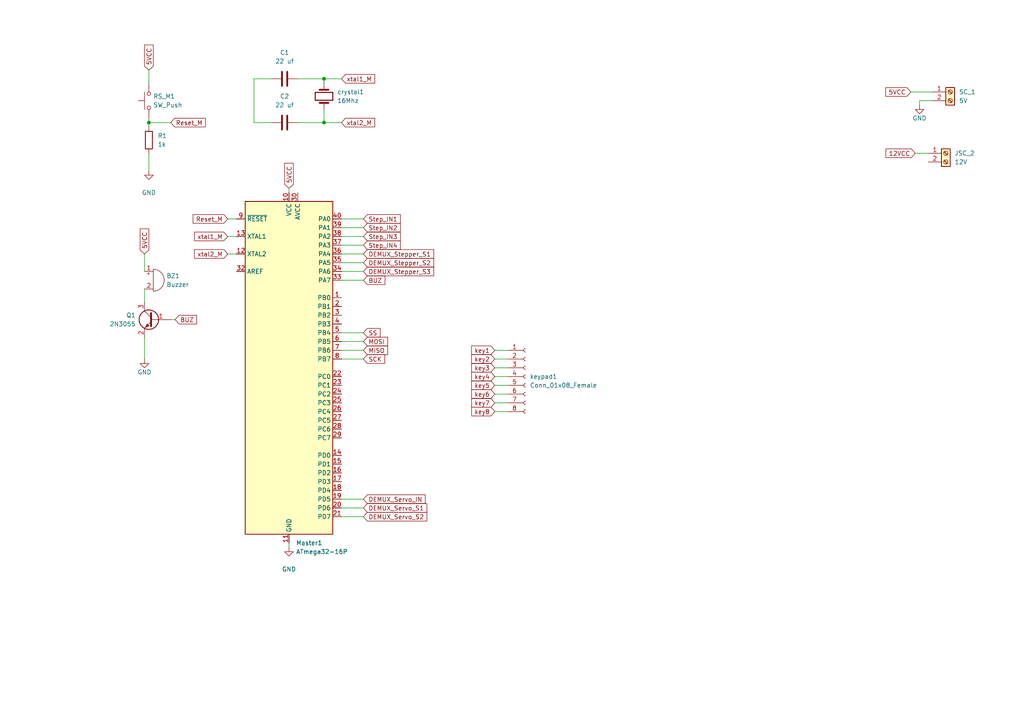
<source format=kicad_sch>
(kicad_sch (version 20211123) (generator eeschema)
  (paper "A4")
  (junction (at -114.3 486.41))
  (junction (at -119.38 54.61))
  (junction (at -33.02 196.85))
  (junction (at -113.03 556.26))
  (junction (at -114.3 54.61))
  (junction (at 93.98 35.56))
  (junction (at -111.76 486.41))
  (junction (at -119.38 124.46))
  (junction (at -33.02 97.79))
  (junction (at -119.38 193.04))
  (junction (at -115.57 339.09))
  (junction (at -115.57 556.26))
  (junction (at -119.38 261.62))
  (junction (at -116.84 54.61))
  (junction (at 129.54 254))
  (junction (at -116.84 486.41))
  (junction (at -116.84 193.04))
  (junction (at 43.18 35.56))
  (junction (at -110.49 556.26))
  (junction (at -113.03 339.09))
  (junction (at -116.84 261.62))
  (junction (at -116.84 414.02))
  (junction (at -114.3 414.02))
  (junction (at -114.3 261.62))
  (junction (at -33.02 44.45))
  (junction (at -118.11 339.09))
  (junction (at 128.27 261.62))
  (junction (at -111.76 414.02))
  (junction (at -114.3 193.04))
  (junction (at 93.98 22.86))
  (junction (at -116.84 124.46))
  (junction (at -114.3 124.46))
  (junction (at -33.02 147.32))
  (wire (pts (xy -44.45 26.67) (xy -43.18 26.67)))
  (wire (pts (xy -119.38 261.62) (xy -116.84 261.62)))
  (wire (pts (xy 78.74 22.86) (xy 73.66 22.86)))
  (wire (pts (xy -129.54 447.04) (xy -127 447.04)))
  (wire (pts (xy 127 233.68) (xy 129.54 233.68)))
  (wire (pts (xy -44.45 24.13) (xy -43.18 24.13)))
  (wire (pts (xy -33.02 115.57) (xy -33.02 116.84)))
  (wire (pts (xy -163.83 397.51) (xy -160.02 397.51)))
  (wire (pts (xy 66.04 68.58) (xy 68.58 68.58)))
  (wire (pts (xy -111.76 486.41) (xy -114.3 486.41)))
  (wire (pts (xy 144.78 222.25) (xy 144.78 226.06)))
  (wire (pts (xy 208.28 265.43) (xy 210.82 265.43)))
  (wire (pts (xy 154.94 243.84) (xy 157.48 243.84)))
  (wire (pts (xy -162.56 472.44) (xy -158.75 472.44)))
  (wire (pts (xy 73.66 22.86) (xy 73.66 35.56)))
  (wire (pts (xy -22.86 77.47) (xy -25.4 77.47)))
  (wire (pts (xy -97.79 537.21) (xy -100.33 537.21)))
  (wire (pts (xy -110.49 335.28) (xy -110.49 339.09)))
  (wire (pts (xy -160.02 110.49) (xy -160.02 111.76)))
  (wire (pts (xy -116.84 363.22) (xy -116.84 364.49)))
  (wire (pts (xy -115.57 556.26) (xy -113.03 556.26)))
  (wire (pts (xy -158.75 400.05) (xy -158.75 401.32)))
  (wire (pts (xy -99.06 452.12) (xy -101.6 452.12)))
  (wire (pts (xy 105.41 66.04) (xy 99.06 66.04)))
  (wire (pts (xy -22.86 72.39) (xy -25.4 72.39)))
  (wire (pts (xy 43.18 44.45) (xy 43.18 49.53)))
  (wire (pts (xy -101.6 400.05) (xy -97.79 400.05)))
  (wire (pts (xy -44.45 82.55) (xy -43.18 82.55)))
  (wire (pts (xy -44.45 36.83) (xy -43.18 36.83)))
  (wire (pts (xy -119.38 73.66) (xy -119.38 74.93)))
  (wire (pts (xy -109.22 410.21) (xy -109.22 414.02)))
  (wire (pts (xy -114.3 261.62) (xy -116.84 261.62)))
  (wire (pts (xy -101.6 237.49) (xy -104.14 237.49)))
  (wire (pts (xy -44.45 179.07) (xy -43.18 179.07)))
  (wire (pts (xy 105.41 149.86) (xy 99.06 149.86)))
  (wire (pts (xy -44.45 129.54) (xy -43.18 129.54)))
  (wire (pts (xy -114.3 209.55) (xy -114.3 212.09)))
  (wire (pts (xy 128.27 254) (xy 128.27 261.62)))
  (wire (pts (xy 105.41 76.2) (xy 99.06 76.2)))
  (wire (pts (xy -44.45 186.69) (xy -43.18 186.69)))
  (wire (pts (xy -104.14 110.49) (xy -100.33 110.49)))
  (wire (pts (xy 43.18 35.56) (xy 49.53 35.56)))
  (wire (pts (xy 43.18 20.32) (xy 43.18 24.13)))
  (wire (pts (xy -158.75 181.61) (xy -158.75 182.88)))
  (wire (pts (xy -35.56 41.91) (xy -35.56 44.45)))
  (wire (pts (xy -33.02 99.06) (xy -33.02 97.79)))
  (wire (pts (xy -111.76 193.04) (xy -114.3 193.04)))
  (wire (pts (xy -111.76 434.34) (xy -111.76 436.88)))
  (wire (pts (xy -33.02 147.32) (xy -33.02 144.78)))
  (wire (pts (xy -111.76 410.21) (xy -111.76 414.02)))
  (wire (pts (xy -35.56 144.78) (xy -35.56 147.32)))
  (wire (pts (xy -107.95 556.26) (xy -110.49 556.26)))
  (wire (pts (xy -35.56 147.32) (xy -33.02 147.32)))
  (wire (pts (xy 130.81 254) (xy 129.54 254)))
  (wire (pts (xy -130.81 299.72) (xy -128.27 299.72)))
  (wire (pts (xy 50.8 92.71) (xy 49.53 92.71)))
  (wire (pts (xy -132.08 90.17) (xy -129.54 90.17)))
  (wire (pts (xy 127 238.76) (xy 129.54 238.76)))
  (wire (pts (xy -44.45 181.61) (xy -43.18 181.61)))
  (wire (pts (xy 264.16 26.67) (xy 270.51 26.67)))
  (wire (pts (xy -44.45 134.62) (xy -43.18 134.62)))
  (wire (pts (xy -121.92 54.61) (xy -119.38 54.61)))
  (wire (pts (xy -121.92 261.62) (xy -119.38 261.62)))
  (wire (pts (xy -33.02 44.45) (xy -33.02 41.91)))
  (wire (pts (xy -104.14 179.07) (xy -100.33 179.07)))
  (wire (pts (xy -33.02 148.59) (xy -33.02 147.32)))
  (wire (pts (xy -165.1 41.91) (xy -160.02 41.91)))
  (wire (pts (xy -111.76 482.6) (xy -111.76 486.41)))
  (wire (pts (xy -132.08 173.99) (xy -129.54 173.99)))
  (wire (pts (xy -130.81 30.48) (xy -129.54 30.48)))
  (wire (pts (xy -44.45 74.93) (xy -43.18 74.93)))
  (wire (pts (xy -110.49 504.19) (xy -110.49 506.73)))
  (wire (pts (xy 105.41 147.32) (xy 99.06 147.32)))
  (wire (pts (xy -101.6 100.33) (xy -104.14 100.33)))
  (wire (pts (xy -132.08 227.33) (xy -129.54 227.33)))
  (wire (pts (xy 41.91 97.79) (xy 41.91 104.14)))
  (wire (pts (xy 143.51 101.6) (xy 147.32 101.6)))
  (wire (pts (xy -132.08 105.41) (xy -129.54 105.41)))
  (wire (pts (xy -100.33 304.8) (xy -102.87 304.8)))
  (wire (pts (xy -119.38 124.46) (xy -116.84 124.46)))
  (wire (pts (xy -118.11 556.26) (xy -115.57 556.26)))
  (wire (pts (xy -33.02 198.12) (xy -33.02 196.85)))
  (wire (pts (xy -114.3 193.04) (xy -116.84 193.04)))
  (wire (pts (xy 143.51 109.22) (xy 147.32 109.22)))
  (wire (pts (xy -111.76 54.61) (xy -114.3 54.61)))
  (wire (pts (xy 128.27 261.62) (xy 139.7 261.62)))
  (wire (pts (xy 208.28 250.19) (xy 210.82 250.19)))
  (wire (pts (xy -132.08 153.67) (xy -129.54 153.67)))
  (wire (pts (xy 266.7 29.21) (xy 266.7 30.48)))
  (wire (pts (xy -104.14 25.4) (xy -99.06 25.4)))
  (wire (pts (xy -111.76 124.46) (xy -114.3 124.46)))
  (wire (pts (xy -114.3 140.97) (xy -114.3 143.51)))
  (wire (pts (xy -35.56 97.79) (xy -33.02 97.79)))
  (wire (pts (xy -101.6 105.41) (xy -104.14 105.41)))
  (wire (pts (xy -165.1 39.37) (xy -161.29 39.37)))
  (wire (pts (xy -130.81 304.8) (xy -128.27 304.8)))
  (wire (pts (xy -158.75 326.39) (xy -158.75 327.66)))
  (wire (pts (xy -157.48 544.83) (xy -157.48 546.1)))
  (wire (pts (xy 208.28 255.27) (xy 210.82 255.27)))
  (wire (pts (xy 93.98 35.56) (xy 99.06 35.56)))
  (wire (pts (xy -22.86 147.32) (xy -22.86 137.16)))
  (wire (pts (xy -118.11 288.29) (xy -118.11 289.56)))
  (wire (pts (xy 43.18 34.29) (xy 43.18 35.56)))
  (wire (pts (xy -129.54 462.28) (xy -127 462.28)))
  (wire (pts (xy -121.92 189.23) (xy -121.92 193.04)))
  (wire (pts (xy -101.6 173.99) (xy -104.14 173.99)))
  (wire (pts (xy -44.45 189.23) (xy -43.18 189.23)))
  (wire (pts (xy 83.82 158.75) (xy 83.82 157.48)))
  (wire (pts (xy -22.86 129.54) (xy -25.4 129.54)))
  (wire (pts (xy -22.86 196.85) (xy -22.86 186.69)))
  (wire (pts (xy -119.38 189.23) (xy -119.38 193.04)))
  (wire (pts (xy 93.98 35.56) (xy 86.36 35.56)))
  (wire (pts (xy -44.45 139.7) (xy -43.18 139.7)))
  (wire (pts (xy -44.45 19.05) (xy -43.18 19.05)))
  (wire (pts (xy -114.3 257.81) (xy -114.3 261.62)))
  (wire (pts (xy -160.02 248.92) (xy -160.02 250.19)))
  (wire (pts (xy 208.28 262.89) (xy 210.82 262.89)))
  (wire (pts (xy 208.28 257.81) (xy 210.82 257.81)))
  (wire (pts (xy -132.08 158.75) (xy -129.54 158.75)))
  (wire (pts (xy 208.28 245.11) (xy 210.82 245.11)))
  (wire (pts (xy -100.33 299.72) (xy -102.87 299.72)))
  (wire (pts (xy 93.98 22.86) (xy 99.06 22.86)))
  (wire (pts (xy 105.41 63.5) (xy 99.06 63.5)))
  (wire (pts (xy -119.38 193.04) (xy -116.84 193.04)))
  (wire (pts (xy -114.3 72.39) (xy -114.3 74.93)))
  (wire (pts (xy -163.83 181.61) (xy -158.75 181.61)))
  (wire (pts (xy 208.28 237.49) (xy 210.82 237.49)))
  (wire (pts (xy -111.76 261.62) (xy -114.3 261.62)))
  (wire (pts (xy -113.03 335.28) (xy -113.03 339.09)))
  (wire (pts (xy -101.6 457.2) (xy -96.52 457.2)))
  (wire (pts (xy -22.86 44.45) (xy -22.86 34.29)))
  (wire (pts (xy 143.51 104.14) (xy 147.32 104.14)))
  (wire (pts (xy -44.45 124.46) (xy -43.18 124.46)))
  (wire (pts (xy -109.22 482.6) (xy -109.22 486.41)))
  (wire (pts (xy -130.81 314.96) (xy -128.27 314.96)))
  (wire (pts (xy 66.04 63.5) (xy 68.58 63.5)))
  (wire (pts (xy -35.56 194.31) (xy -35.56 196.85)))
  (wire (pts (xy -44.45 184.15) (xy -43.18 184.15)))
  (wire (pts (xy -110.49 339.09) (xy -113.03 339.09)))
  (wire (pts (xy -129.54 379.73) (xy -127 379.73)))
  (wire (pts (xy -33.02 147.32) (xy -22.86 147.32)))
  (wire (pts (xy -163.83 326.39) (xy -158.75 326.39)))
  (wire (pts (xy -132.08 237.49) (xy -129.54 237.49)))
  (wire (pts (xy -44.45 137.16) (xy -43.18 137.16)))
  (wire (pts (xy 93.98 22.86) (xy 93.98 24.13)))
  (wire (pts (xy -22.86 176.53) (xy -25.4 176.53)))
  (wire (pts (xy -100.33 314.96) (xy -102.87 314.96)))
  (wire (pts (xy -44.45 127) (xy -43.18 127)))
  (wire (pts (xy -44.45 87.63) (xy -43.18 87.63)))
  (wire (pts (xy -121.92 257.81) (xy -121.92 261.62)))
  (wire (pts (xy -119.38 142.24) (xy -119.38 143.51)))
  (wire (pts (xy -102.87 309.88) (xy -97.79 309.88)))
  (wire (pts (xy 208.28 247.65) (xy 210.82 247.65)))
  (wire (pts (xy -116.84 414.02) (xy -114.3 414.02)))
  (wire (pts (xy -129.54 452.12) (xy -127 452.12)))
  (wire (pts (xy -99.06 394.97) (xy -101.6 394.97)))
  (wire (pts (xy -99.06 462.28) (xy -101.6 462.28)))
  (wire (pts (xy -121.92 120.65) (xy -121.92 124.46)))
  (wire (pts (xy -130.81 15.24) (xy -129.54 15.24)))
  (wire (pts (xy -44.45 176.53) (xy -43.18 176.53)))
  (wire (pts (xy 86.36 22.86) (xy 93.98 22.86)))
  (wire (pts (xy -101.6 168.91) (xy -104.14 168.91)))
  (wire (pts (xy 208.28 240.03) (xy 210.82 240.03)))
  (wire (pts (xy -119.38 50.8) (xy -119.38 54.61)))
  (wire (pts (xy -99.06 389.89) (xy -101.6 389.89)))
  (wire (pts (xy -116.84 410.21) (xy -116.84 414.02)))
  (wire (pts (xy -114.3 54.61) (xy -116.84 54.61)))
  (wire (pts (xy -165.1 110.49) (xy -160.02 110.49)))
  (wire (pts (xy -104.14 95.25) (xy -99.06 95.25)))
  (wire (pts (xy -101.6 158.75) (xy -104.14 158.75)))
  (wire (pts (xy -102.87 325.12) (xy -99.06 325.12)))
  (wire (pts (xy 157.48 241.3) (xy 154.94 241.3)))
  (wire (pts (xy -104.14 163.83) (xy -99.06 163.83)))
  (wire (pts (xy -101.6 242.57) (xy -104.14 242.57)))
  (wire (pts (xy -33.02 196.85) (xy -22.86 196.85)))
  (wire (pts (xy -116.84 482.6) (xy -116.84 486.41)))
  (wire (pts (xy -101.6 15.24) (xy -104.14 15.24)))
  (wire (pts (xy -33.02 66.04) (xy -33.02 67.31)))
  (wire (pts (xy -104.14 232.41) (xy -99.06 232.41)))
  (wire (pts (xy -100.33 542.29) (xy -96.52 542.29)))
  (wire (pts (xy -44.45 77.47) (xy -43.18 77.47)))
  (wire (pts (xy -119.38 210.82) (xy -119.38 212.09)))
  (wire (pts (xy -119.38 486.41) (xy -116.84 486.41)))
  (wire (pts (xy -109.22 486.41) (xy -111.76 486.41)))
  (wire (pts (xy -22.86 137.16) (xy -25.4 137.16)))
  (wire (pts (xy -22.86 171.45) (xy -25.4 171.45)))
  (wire (pts (xy -44.45 72.39) (xy -43.18 72.39)))
  (wire (pts (xy -111.76 120.65) (xy -111.76 124.46)))
  (wire (pts (xy -22.86 179.07) (xy -25.4 179.07)))
  (wire (pts (xy 208.28 252.73) (xy 210.82 252.73)))
  (wire (pts (xy -22.86 181.61) (xy -25.4 181.61)))
  (wire (pts (xy -130.81 320.04) (xy -128.27 320.04)))
  (wire (pts (xy -33.02 97.79) (xy -33.02 95.25)))
  (wire (pts (xy -33.02 12.7) (xy -33.02 13.97)))
  (wire (pts (xy -115.57 505.46) (xy -115.57 506.73)))
  (wire (pts (xy -163.83 400.05) (xy -158.75 400.05)))
  (wire (pts (xy -129.54 389.89) (xy -127 389.89)))
  (wire (pts (xy -109.22 414.02) (xy -111.76 414.02)))
  (wire (pts (xy -99.06 447.04) (xy -101.6 447.04)))
  (wire (pts (xy -128.27 521.97) (xy -125.73 521.97)))
  (wire (pts (xy -100.33 527.05) (xy -95.25 527.05)))
  (wire (pts (xy -129.54 467.36) (xy -127 467.36)))
  (wire (pts (xy -111.76 50.8) (xy -111.76 54.61)))
  (wire (pts (xy 143.51 111.76) (xy 147.32 111.76)))
  (wire (pts (xy -132.08 222.25) (xy -129.54 222.25)))
  (wire (pts (xy -114.3 2.54) (xy -114.3 5.08)))
  (wire (pts (xy 93.98 31.75) (xy 93.98 35.56)))
  (wire (pts (xy -163.83 179.07) (xy -160.02 179.07)))
  (wire (pts (xy 157.48 236.22) (xy 154.94 236.22)))
  (wire (pts (xy -100.33 320.04) (xy -102.87 320.04)))
  (wire (pts (xy -119.38 410.21) (xy -119.38 414.02)))
  (wire (pts (xy -118.11 335.28) (xy -118.11 339.09)))
  (wire (pts (xy -114.3 120.65) (xy -114.3 124.46)))
  (wire (pts (xy -132.08 242.57) (xy -129.54 242.57)))
  (wire (pts (xy -120.65 335.28) (xy -120.65 339.09)))
  (wire (pts (xy -132.08 100.33) (xy -129.54 100.33)))
  (wire (pts (xy -160.02 41.91) (xy -160.02 43.18)))
  (wire (pts (xy -101.6 472.44) (xy -97.79 472.44)))
  (wire (pts (xy -111.76 414.02) (xy -114.3 414.02)))
  (wire (pts (xy 105.41 68.58) (xy 99.06 68.58)))
  (wire (pts (xy -33.02 45.72) (xy -33.02 44.45)))
  (wire (pts (xy 73.66 35.56) (xy 78.74 35.56)))
  (wire (pts (xy 143.51 114.3) (xy 147.32 114.3)))
  (wire (pts (xy -97.79 532.13) (xy -100.33 532.13)))
  (wire (pts (xy -128.27 516.89) (xy -125.73 516.89)))
  (wire (pts (xy -113.03 339.09) (xy -115.57 339.09)))
  (wire (pts (xy -157.48 474.98) (xy -157.48 476.25)))
  (wire (pts (xy 270.51 29.21) (xy 266.7 29.21)))
  (wire (pts (xy -165.1 107.95) (xy -161.29 107.95)))
  (wire (pts (xy -22.86 97.79) (xy -22.86 87.63)))
  (wire (pts (xy 66.04 73.66) (xy 68.58 73.66)))
  (wire (pts (xy -101.6 85.09) (xy -104.14 85.09)))
  (wire (pts (xy -119.38 54.61) (xy -116.84 54.61)))
  (wire (pts (xy -118.11 552.45) (xy -118.11 556.26)))
  (wire (pts (xy -113.03 287.02) (xy -113.03 289.56)))
  (wire (pts (xy -97.79 516.89) (xy -100.33 516.89)))
  (wire (pts (xy -119.38 482.6) (xy -119.38 486.41)))
  (wire (pts (xy 127 231.14) (xy 129.54 231.14)))
  (wire (pts (xy -111.76 361.95) (xy -111.76 364.49)))
  (wire (pts (xy -120.65 339.09) (xy -118.11 339.09)))
  (wire (pts (xy -119.38 257.81) (xy -119.38 261.62)))
  (wire (pts (xy 105.41 78.74) (xy 99.06 78.74)))
  (wire (pts (xy -110.49 552.45) (xy -110.49 556.26)))
  (wire (pts (xy 265.43 44.45) (xy 269.24 44.45)))
  (wire (pts (xy -99.06 379.73) (xy -101.6 379.73)))
  (wire (pts (xy -130.81 20.32) (xy -129.54 20.32)))
  (wire (pts (xy 43.18 35.56) (xy 43.18 36.83)))
  (wire (pts (xy -163.83 323.85) (xy -160.02 323.85)))
  (wire (pts (xy -101.6 90.17) (xy -104.14 90.17)))
  (wire (pts (xy 105.41 99.06) (xy 99.06 99.06)))
  (wire (pts (xy 201.93 276.86) (xy 201.93 280.67)))
  (wire (pts (xy 157.48 238.76) (xy 154.94 238.76)))
  (wire (pts (xy -128.27 537.21) (xy -125.73 537.21)))
  (wire (pts (xy -116.84 435.61) (xy -116.84 436.88)))
  (wire (pts (xy -101.6 35.56) (xy -104.14 35.56)))
  (wire (pts (xy -35.56 196.85) (xy -33.02 196.85)))
  (wire (pts (xy -121.92 50.8) (xy -121.92 54.61)))
  (wire (pts (xy 208.28 242.57) (xy 210.82 242.57)))
  (wire (pts (xy 105.41 73.66) (xy 99.06 73.66)))
  (wire (pts (xy 99.06 96.52) (xy 105.41 96.52)))
  (wire (pts (xy -22.86 19.05) (xy -25.4 19.05)))
  (wire (pts (xy -22.86 82.55) (xy -25.4 82.55)))
  (wire (pts (xy -33.02 196.85) (xy -33.02 194.31)))
  (wire (pts (xy -22.86 24.13) (xy -25.4 24.13)))
  (wire (pts (xy -44.45 80.01) (xy -43.18 80.01)))
  (wire (pts (xy -97.79 521.97) (xy -100.33 521.97)))
  (wire (pts (xy -22.86 29.21) (xy -25.4 29.21)))
  (wire (pts (xy -21.59 121.92) (xy -25.4 121.92)))
  (wire (pts (xy -99.06 374.65) (xy -101.6 374.65)))
  (wire (pts (xy 105.41 104.14) (xy 99.06 104.14)))
  (wire (pts (xy -33.02 97.79) (xy -22.86 97.79)))
  (wire (pts (xy -22.86 80.01) (xy -25.4 80.01)))
  (wire (pts (xy 208.28 260.35) (xy 210.82 260.35)))
  (wire (pts (xy 143.51 119.38) (xy 147.32 119.38)))
  (wire (pts (xy 143.51 116.84) (xy 147.32 116.84)))
  (wire (pts (xy -132.08 168.91) (xy -129.54 168.91)))
  (wire (pts (xy -22.86 186.69) (xy -25.4 186.69)))
  (wire (pts (xy 105.41 81.28) (xy 99.06 81.28)))
  (wire (pts (xy -111.76 189.23) (xy -111.76 193.04)))
  (wire (pts (xy -44.45 121.92) (xy -43.18 121.92)))
  (wire (pts (xy -35.56 44.45) (xy -33.02 44.45)))
  (wire (pts (xy 41.91 83.82) (xy 41.91 87.63)))
  (wire (pts (xy -22.86 34.29) (xy -25.4 34.29)))
  (wire (pts (xy -162.56 474.98) (xy -157.48 474.98)))
  (wire (pts (xy -107.95 552.45) (xy -107.95 556.26)))
  (wire (pts (xy -111.76 257.81) (xy -111.76 261.62)))
  (wire (pts (xy -119.38 414.02) (xy -116.84 414.02)))
  (wire (pts (xy -44.45 34.29) (xy -43.18 34.29)))
  (wire (pts (xy -165.1 248.92) (xy -160.02 248.92)))
  (wire (pts (xy -44.45 90.17) (xy -43.18 90.17)))
  (wire (pts (xy -132.08 85.09) (xy -129.54 85.09)))
  (wire (pts (xy -162.56 542.29) (xy -158.75 542.29)))
  (wire (pts (xy 41.91 73.66) (xy 41.91 78.74)))
  (wire (pts (xy -33.02 44.45) (xy -22.86 44.45)))
  (wire (pts (xy -44.45 29.21) (xy -43.18 29.21)))
  (wire (pts (xy -22.86 87.63) (xy -25.4 87.63)))
  (wire (pts (xy -162.56 544.83) (xy -157.48 544.83)))
  (wire (pts (xy -114.3 50.8) (xy -114.3 54.61)))
  (wire (pts (xy -22.86 127) (xy -25.4 127)))
  (wire (pts (xy -101.6 30.48) (xy -104.14 30.48)))
  (wire (pts (xy -22.86 132.08) (xy -25.4 132.08)))
  (wire (pts (xy 105.41 144.78) (xy 99.06 144.78)))
  (wire (pts (xy -35.56 95.25) (xy -35.56 97.79)))
  (wire (pts (xy -44.45 31.75) (xy -43.18 31.75)))
  (wire (pts (xy -44.45 21.59) (xy -43.18 21.59)))
  (wire (pts (xy -44.45 171.45) (xy -43.18 171.45)))
  (wire (pts (xy -130.81 35.56) (xy -129.54 35.56)))
  (wire (pts (xy -101.6 384.81) (xy -96.52 384.81)))
  (wire (pts (xy -44.45 85.09) (xy -43.18 85.09)))
  (wire (pts (xy 143.51 106.68) (xy 147.32 106.68)))
  (wire (pts (xy 105.41 71.12) (xy 99.06 71.12)))
  (wire (pts (xy -119.38 120.65) (xy -119.38 124.46)))
  (wire (pts (xy -44.45 132.08) (xy -43.18 132.08)))
  (wire (pts (xy -114.3 124.46) (xy -116.84 124.46)))
  (wire (pts (xy -101.6 222.25) (xy -104.14 222.25)))
  (wire (pts (xy 83.82 54.61) (xy 83.82 55.88)))
  (wire (pts (xy -116.84 486.41) (xy -114.3 486.41)))
  (wire (pts (xy -129.54 394.97) (xy -127 394.97)))
  (wire (pts (xy -22.86 26.67) (xy -25.4 26.67)))
  (wire (pts (xy -99.06 467.36) (xy -101.6 467.36)))
  (wire (pts (xy -128.27 532.13) (xy -125.73 532.13)))
  (wire (pts (xy -119.38 3.81) (xy -119.38 5.08)))
  (wire (pts (xy -165.1 246.38) (xy -161.29 246.38)))
  (wire (pts (xy -115.57 552.45) (xy -115.57 556.26)))
  (wire (pts (xy 105.41 101.6) (xy 99.06 101.6)))
  (wire (pts (xy 129.54 254) (xy 128.27 254)))
  (wire (pts (xy -118.11 339.09) (xy -115.57 339.09)))
  (wire (pts (xy -110.49 556.26) (xy -113.03 556.26)))
  (wire (pts (xy -104.14 247.65) (xy -100.33 247.65)))
  (wire (pts (xy -101.6 20.32) (xy -104.14 20.32)))
  (wire (pts (xy -114.3 189.23) (xy -114.3 193.04)))
  (wire (pts (xy -121.92 124.46) (xy -119.38 124.46)))
  (wire (pts (xy 205.74 276.86) (xy 201.93 276.86)))
  (wire (pts (xy -44.45 173.99) (xy -43.18 173.99)))
  (wire (pts (xy -101.6 227.33) (xy -104.14 227.33)))
  (wire (pts (xy -104.14 40.64) (xy -100.33 40.64)))
  (wire (pts (xy -33.02 165.1) (xy -33.02 166.37)))
  (wire (pts (xy 142.24 261.62) (xy 142.24 262.89)))
  (wire (pts (xy -121.92 193.04) (xy -119.38 193.04)))
  (wire (pts (xy -101.6 153.67) (xy -104.14 153.67)))
  (wire (pts (xy -129.54 374.65) (xy -127 374.65)))
  (global_label "Tape1_out2" (shape input) (at -165.1 232.41 0) (property "Intersheet References" "${INTERSHEET_REFS}" (effects hide)))
  (global_label "Tape2_out1" (shape input) (at -130.81 299.72 180) (property "Intersheet References" "${INTERSHEET_REFS}" (effects hide)))
  (global_label "cut_out4" (shape input) (at -162.56 524.51 0) (property "Intersheet References" "${INTERSHEET_REFS}" (effects hide)))
  (global_label "cut_IN1" (shape input) (at -97.79 516.89 0) (property "Intersheet References" "${INTERSHEET_REFS}" (effects hide)))
  (global_label "Pri_IN2" (shape input) (at -44.45 124.46 180) (property "Intersheet References" "${INTERSHEET_REFS}" (effects hide)))
  (global_label "Bobbin_IN3" (shape input) (at -44.45 72.39 180) (property "Intersheet References" "${INTERSHEET_REFS}" (effects hide)))
  (global_label "Servo_tape1" (shape input) (at 208.28 260.35 180) (property "Intersheet References" "${INTERSHEET_REFS}" (effects hide)))
  (global_label "Pri_IN1" (shape input) (at -101.6 85.09 0) (property "Intersheet References" "${INTERSHEET_REFS}" (effects hide)))
  (global_label "Servo_Parm" (shape input) (at 208.28 237.49 180) (property "Intersheet References" "${INTERSHEET_REFS}" (effects hide)))
  (global_label "DEMUX_Stepper_S1" (shape input) (at -22.86 127 0) (property "Intersheet References" "${INTERSHEET_REFS}" (effects hide)))
  (global_label "5VCC" (shape input) (at -100.33 40.64 0) (property "Intersheet References" "${INTERSHEET_REFS}" (effects hide)))
  (global_label "Step_IN4" (shape input) (at 105.41 71.12 0) (property "Intersheet References" "${INTERSHEET_REFS}" (effects hide)))
  (global_label "12VCC" (shape input) (at -161.29 39.37 0) (property "Intersheet References" "${INTERSHEET_REFS}" (effects hide)))
  (global_label "Step_IN4" (shape input) (at -22.86 19.05 0) (property "Intersheet References" "${INTERSHEET_REFS}" (effects hide)))
  (global_label "Pri_IN3" (shape input) (at -101.6 100.33 0) (property "Intersheet References" "${INTERSHEET_REFS}" (effects hide)))
  (global_label "BUZ" (shape input) (at 105.41 81.28 0) (property "Intersheet References" "${INTERSHEET_REFS}" (effects hide)))
  (global_label "GND" (shape input) (at 208.28 265.43 180) (property "Intersheet References" "${INTERSHEET_REFS}" (effects hide)))
  (global_label "Tape1_IN2" (shape input) (at -44.45 129.54 180) (property "Intersheet References" "${INTERSHEET_REFS}" (effects hide)))
  (global_label "GND" (shape input) (at 205.74 276.86 0) (property "Intersheet References" "${INTERSHEET_REFS}" (effects hide)))
  (global_label "5VCC" (shape input) (at -100.33 110.49 0) (property "Intersheet References" "${INTERSHEET_REFS}" (effects hide)))
  (global_label "Sec_IN4" (shape input) (at -101.6 173.99 0) (property "Intersheet References" "${INTERSHEET_REFS}" (effects hide)))
  (global_label "Bobbin_OUT4" (shape input) (at -165.1 27.94 0) (property "Intersheet References" "${INTERSHEET_REFS}" (effects hide)))
  (global_label "TAPR_IN1" (shape input) (at -44.45 184.15 180) (property "Intersheet References" "${INTERSHEET_REFS}" (effects hide)))
  (global_label "TAPR_out4" (shape input) (at -163.83 386.08 0) (property "Intersheet References" "${INTERSHEET_REFS}" (effects hide)))
  (global_label "DEMUX_Servo_IN" (shape input) (at 127 238.76 180) (property "Intersheet References" "${INTERSHEET_REFS}" (effects hide)))
  (global_label "Bobbin_IN2" (shape input) (at -101.6 20.32 0) (property "Intersheet References" "${INTERSHEET_REFS}" (effects hide)))
  (global_label "Bobbin_IN1" (shape input) (at -44.45 171.45 180) (property "Intersheet References" "${INTERSHEET_REFS}" (effects hide)))
  (global_label "5VCC" (shape input) (at -97.79 472.44 0) (property "Intersheet References" "${INTERSHEET_REFS}" (effects hide)))
  (global_label "DEMUX_Servo_S1" (shape input) (at 127 231.14 180) (property "Intersheet References" "${INTERSHEET_REFS}" (effects hide)))
  (global_label "Step_IN3" (shape input) (at 105.41 68.58 0) (property "Intersheet References" "${INTERSHEET_REFS}" (effects hide)))
  (global_label "TAPM_out1" (shape input) (at -163.83 449.58 0) (property "Intersheet References" "${INTERSHEET_REFS}" (effects hide)))
  (global_label "Reset_M" (shape input) (at 66.04 63.5 180) (property "Intersheet References" "${INTERSHEET_REFS}" (effects hide)))
  (global_label "12VCC" (shape input) (at -115.57 505.46 90) (property "Intersheet References" "${INTERSHEET_REFS}" (effects hide)))
  (global_label "TAPR_IN1" (shape input) (at -99.06 374.65 0) (property "Intersheet References" "${INTERSHEET_REFS}" (effects hide)))
  (global_label "TAPM_IN1" (shape input) (at -44.45 186.69 180) (property "Intersheet References" "${INTERSHEET_REFS}" (effects hide)))
  (global_label "DEMUX_Servo_S1" (shape input) (at 105.41 147.32 0) (property "Intersheet References" "${INTERSHEET_REFS}" (effects hide)))
  (global_label "Tape2_IN1" (shape input) (at -44.45 181.61 180) (property "Intersheet References" "${INTERSHEET_REFS}" (effects hide)))
  (global_label "5VCC" (shape input) (at -113.03 287.02 90) (property "Intersheet References" "${INTERSHEET_REFS}" (effects hide)))
  (global_label "Tape2_IN3" (shape input) (at -100.33 314.96 0) (property "Intersheet References" "${INTERSHEET_REFS}" (effects hide)))
  (global_label "SS" (shape input) (at 105.41 96.52 0) (property "Intersheet References" "${INTERSHEET_REFS}" (effects hide)))
  (global_label "Sec_out2" (shape input) (at -163.83 163.83 0) (property "Intersheet References" "${INTERSHEET_REFS}" (effects hide)))
  (global_label "DEMUX_Stepper_S1" (shape input) (at 105.41 73.66 0) (property "Intersheet References" "${INTERSHEET_REFS}" (effects hide)))
  (global_label "12VCC" (shape input) (at -116.84 435.61 90) (property "Intersheet References" "${INTERSHEET_REFS}" (effects hide)))
  (global_label "5VCC" (shape input) (at -96.52 457.2 0) (property "Intersheet References" "${INTERSHEET_REFS}" (effects hide)))
  (global_label "Tape2_out3" (shape input) (at -163.83 311.15 0) (property "Intersheet References" "${INTERSHEET_REFS}" (effects hide)))
  (global_label "cut_out2" (shape input) (at -128.27 521.97 180) (property "Intersheet References" "${INTERSHEET_REFS}" (effects hide)))
  (global_label "Tape1_IN1" (shape input) (at -44.45 179.07 180) (property "Intersheet References" "${INTERSHEET_REFS}" (effects hide)))
  (global_label "Bobbin_IN1" (shape input) (at -101.6 15.24 0) (property "Intersheet References" "${INTERSHEET_REFS}" (effects hide)))
  (global_label "Sec_out4" (shape input) (at -132.08 173.99 180) (property "Intersheet References" "${INTERSHEET_REFS}" (effects hide)))
  (global_label "Sec_out1" (shape input) (at -163.83 161.29 0) (property "Intersheet References" "${INTERSHEET_REFS}" (effects hide)))
  (global_label "5VCC" (shape input) (at -96.52 384.81 0) (property "Intersheet References" "${INTERSHEET_REFS}" (effects hide)))
  (global_label "DEMUX_Servo_IN" (shape input) (at 105.41 144.78 0) (property "Intersheet References" "${INTERSHEET_REFS}" (effects hide)))
  (global_label "5VCC" (shape input) (at -114.3 2.54 90) (property "Intersheet References" "${INTERSHEET_REFS}" (effects hide)))
  (global_label "12VCC" (shape input) (at -158.75 542.29 0) (property "Intersheet References" "${INTERSHEET_REFS}" (effects hide)))
  (global_label "DEMUX_Stepper_S2" (shape input) (at 105.41 76.2 0) (property "Intersheet References" "${INTERSHEET_REFS}" (effects hide)))
  (global_label "xtal1_M" (shape input) (at 66.04 68.58 180) (property "Intersheet References" "${INTERSHEET_REFS}" (effects hide)))
  (global_label "TAPM_IN2" (shape input) (at -99.06 452.12 0) (property "Intersheet References" "${INTERSHEET_REFS}" (effects hide)))
  (global_label "Tape1_out1" (shape input) (at -132.08 222.25 180) (property "Intersheet References" "${INTERSHEET_REFS}" (effects hide)))
  (global_label "Sec_IN2" (shape input) (at -101.6 158.75 0) (property "Intersheet References" "${INTERSHEET_REFS}" (effects hide)))
  (global_label "Pri_out1" (shape input) (at -165.1 86.36 0) (property "Intersheet References" "${INTERSHEET_REFS}" (effects hide)))
  (global_label "TAPM_IN4" (shape input) (at -99.06 467.36 0) (property "Intersheet References" "${INTERSHEET_REFS}" (effects hide)))
  (global_label "5VCC" (shape input) (at -99.06 25.4 0) (property "Intersheet References" "${INTERSHEET_REFS}" (effects hide)))
  (global_label "5VCC" (shape input) (at 208.28 247.65 180) (property "Intersheet References" "${INTERSHEET_REFS}" (effects hide)))
  (global_label "TAPR_IN3" (shape input) (at -99.06 389.89 0) (property "Intersheet References" "${INTERSHEET_REFS}" (effects hide)))
  (global_label "TAPM_IN4" (shape input) (at -44.45 34.29 180) (property "Intersheet References" "${INTERSHEET_REFS}" (effects hide)))
  (global_label "Tape1_out3" (shape input) (at -165.1 234.95 0) (property "Intersheet References" "${INTERSHEET_REFS}" (effects hide)))
  (global_label "cut_IN2" (shape input) (at -97.79 521.97 0) (property "Intersheet References" "${INTERSHEET_REFS}" (effects hide)))
  (global_label "Sec_out4" (shape input) (at -163.83 168.91 0) (property "Intersheet References" "${INTERSHEET_REFS}" (effects hide)))
  (global_label "TAPM_out4" (shape input) (at -163.83 457.2 0) (property "Intersheet References" "${INTERSHEET_REFS}" (effects hide)))
  (global_label "5VCC" (shape input) (at -95.25 527.05 0) (property "Intersheet References" "${INTERSHEET_REFS}" (effects hide)))
  (global_label "GND" (shape input) (at 208.28 257.81 180) (property "Intersheet References" "${INTERSHEET_REFS}" (effects hide)))
  (global_label "Step_IN3" (shape input) (at -22.86 72.39 0) (property "Intersheet References" "${INTERSHEET_REFS}" (effects hide)))
  (global_label "Pri_out2" (shape input) (at -132.08 90.17 180) (property "Intersheet References" "${INTERSHEET_REFS}" (effects hide)))
  (global_label "DEMUX_Servo_S2" (shape input) (at 105.41 149.86 0) (property "Intersheet References" "${INTERSHEET_REFS}" (effects hide)))
  (global_label "Sec_out3" (shape input) (at -132.08 168.91 180) (property "Intersheet References" "${INTERSHEET_REFS}" (effects hide)))
  (global_label "Pri_out4" (shape input) (at -165.1 93.98 0) (property "Intersheet References" "${INTERSHEET_REFS}" (effects hide)))
  (global_label "5VCC" (shape input) (at -114.3 72.39 90) (property "Intersheet References" "${INTERSHEET_REFS}" (effects hide)))
  (global_label "xtal2_M" (shape input) (at 66.04 73.66 180) (property "Intersheet References" "${INTERSHEET_REFS}" (effects hide)))
  (global_label "5VCC" (shape input) (at 208.28 262.89 180) (property "Intersheet References" "${INTERSHEET_REFS}" (effects hide)))
  (global_label "12VCC" (shape input) (at -119.38 142.24 90) (property "Intersheet References" "${INTERSHEET_REFS}" (effects hide)))
  (global_label "TAPM_out3" (shape input) (at -163.83 454.66 0) (property "Intersheet References" "${INTERSHEET_REFS}" (effects hide)))
  (global_label "Bobbin_IN2" (shape input) (at -44.45 121.92 180) (property "Intersheet References" "${INTERSHEET_REFS}" (effects hide)))
  (global_label "cut_out3" (shape input) (at -128.27 532.13 180) (property "Intersheet References" "${INTERSHEET_REFS}" (effects hide)))
  (global_label "5VCC" (shape input) (at -111.76 361.95 90) (property "Intersheet References" "${INTERSHEET_REFS}" (effects hide)))
  (global_label "12VCC" (shape input) (at -118.11 288.29 90) (property "Intersheet References" "${INTERSHEET_REFS}" (effects hide)))
  (global_label "Tape1_IN3" (shape input) (at -44.45 80.01 180) (property "Intersheet References" "${INTERSHEET_REFS}" (effects hide)))
  (global_label "Sec_IN4" (shape input) (at -44.45 24.13 180) (property "Intersheet References" "${INTERSHEET_REFS}" (effects hide)))
  (global_label "Tape1_IN3" (shape input) (at -101.6 237.49 0) (property "Intersheet References" "${INTERSHEET_REFS}" (effects hide)))
  (global_label "key3" (shape input) (at 143.51 106.68 180) (property "Intersheet References" "${INTERSHEET_REFS}" (effects hide)))
  (global_label "DEMUX_Servo_S2" (shape input) (at 127 233.68 180) (property "Intersheet References" "${INTERSHEET_REFS}" (effects hide)))
  (global_label "cut_out2" (shape input) (at -162.56 519.43 0) (property "Intersheet References" "${INTERSHEET_REFS}" (effects hide)))
  (global_label "Pri_IN3" (shape input) (at -44.45 74.93 180) (property "Intersheet References" "${INTERSHEET_REFS}" (effects hide)))
  (global_label "Tape2_IN3" (shape input) (at -44.45 82.55 180) (property "Intersheet References" "${INTERSHEET_REFS}" (effects hide)))
  (global_label "GND" (shape input) (at 208.28 242.57 180) (property "Intersheet References" "${INTERSHEET_REFS}" (effects hide)))
  (global_label "Servo_tape2" (shape input) (at 157.48 243.84 0) (property "Intersheet References" "${INTERSHEET_REFS}" (effects hide)))
  (global_label "GND" (shape input) (at 208.28 250.19 180) (property "Intersheet References" "${INTERSHEET_REFS}" (effects hide)))
  (global_label "Sec_IN3" (shape input) (at -101.6 168.91 0) (property "Intersheet References" "${INTERSHEET_REFS}" (effects hide)))
  (global_label "Step_IN2" (shape input) (at 105.41 66.04 0) (property "Intersheet References" "${INTERSHEET_REFS}" (effects hide)))
  (global_label "Pri_IN2" (shape input) (at -101.6 90.17 0) (property "Intersheet References" "${INTERSHEET_REFS}" (effects hide)))
  (global_label "MOSI" (shape input) (at 105.41 99.06 0) (property "Intersheet References" "${INTERSHEET_REFS}" (effects hide)))
  (global_label "cut_IN2" (shape input) (at -44.45 139.7 180) (property "Intersheet References" "${INTERSHEET_REFS}" (effects hide)))
  (global_label "Pri_out1" (shape input) (at -132.08 85.09 180) (property "Intersheet References" "${INTERSHEET_REFS}" (effects hide)))
  (global_label "5VCC" (shape input) (at -33.02 12.7 90) (property "Intersheet References" "${INTERSHEET_REFS}" (effects hide)))
  (global_label "TAPR_IN2" (shape input) (at -99.06 379.73 0) (property "Intersheet References" "${INTERSHEET_REFS}" (effects hide)))
  (global_label "Pri_out2" (shape input) (at -165.1 88.9 0) (property "Intersheet References" "${INTERSHEET_REFS}" (effects hide)))
  (global_label "TAPR_out2" (shape input) (at -129.54 379.73 180) (property "Intersheet References" "${INTERSHEET_REFS}" (effects hide)))
  (global_label "TAPR_out4" (shape input) (at -129.54 394.97 180) (property "Intersheet References" "${INTERSHEET_REFS}" (effects hide)))
  (global_label "Tape1_out1" (shape input) (at -165.1 229.87 0) (property "Intersheet References" "${INTERSHEET_REFS}" (effects hide)))
  (global_label "TAPR_IN4" (shape input) (at -44.45 31.75 180) (property "Intersheet References" "${INTERSHEET_REFS}" (effects hide)))
  (global_label "Servo_tape1" (shape input) (at 157.48 241.3 0) (property "Intersheet References" "${INTERSHEET_REFS}" (effects hide)))
  (global_label "5VCC" (shape input) (at 43.18 20.32 90) (property "Intersheet References" "${INTERSHEET_REFS}" (effects hide)))
  (global_label "Pri_IN1" (shape input) (at -44.45 173.99 180) (property "Intersheet References" "${INTERSHEET_REFS}" (effects hide)))
  (global_label "Tape2_out2" (shape input) (at -130.81 304.8 180) (property "Intersheet References" "${INTERSHEET_REFS}" (effects hide)))
  (global_label "12VCC" (shape input) (at 265.43 44.45 180) (property "Intersheet References" "${INTERSHEET_REFS}" (effects hide)))
  (global_label "5VCC" (shape input) (at 142.24 262.89 270) (property "Intersheet References" "${INTERSHEET_REFS}" (effects hide)))
  (global_label "Tape2_out4" (shape input) (at -163.83 313.69 0) (property "Intersheet References" "${INTERSHEET_REFS}" (effects hide)))
  (global_label "Sec_IN3" (shape input) (at -44.45 77.47 180) (property "Intersheet References" "${INTERSHEET_REFS}" (effects hide)))
  (global_label "5VCC" (shape input) (at -100.33 247.65 0) (property "Intersheet References" "${INTERSHEET_REFS}" (effects hide)))
  (global_label "5VCC" (shape input) (at 264.16 26.67 180) (property "Intersheet References" "${INTERSHEET_REFS}" (effects hide)))
  (global_label "Step_IN1" (shape input) (at -22.86 171.45 0) (property "Intersheet References" "${INTERSHEET_REFS}" (effects hide)))
  (global_label "TAPR_IN3" (shape input) (at -44.45 85.09 180) (property "Intersheet References" "${INTERSHEET_REFS}" (effects hide)))
  (global_label "Bobbin_OUT1" (shape input) (at -130.81 15.24 180) (property "Intersheet References" "${INTERSHEET_REFS}" (effects hide)))
  (global_label "TAPM_out2" (shape input) (at -129.54 452.12 180) (property "Intersheet References" "${INTERSHEET_REFS}" (effects hide)))
  (global_label "TAPM_IN3" (shape input) (at -99.06 462.28 0) (property "Intersheet References" "${INTERSHEET_REFS}" (effects hide)))
  (global_label "5VCC" (shape input) (at -110.49 504.19 90) (property "Intersheet References" "${INTERSHEET_REFS}" (effects hide)))
  (global_label "Tape2_IN2" (shape input) (at -100.33 304.8 0) (property "Intersheet References" "${INTERSHEET_REFS}" (effects hide)))
  (global_label "TAPM_out1" (shape input) (at -129.54 447.04 180) (property "Intersheet References" "${INTERSHEET_REFS}" (effects hide)))
  (global_label "5VCC" (shape input) (at -111.76 434.34 90) (property "Intersheet References" "${INTERSHEET_REFS}" (effects hide)))
  (global_label "5VCC" (shape input) (at -100.33 179.07 0) (property "Intersheet References" "${INTERSHEET_REFS}" (effects hide)))
  (global_label "DEMUX_Stepper_S1" (shape input) (at -22.86 77.47 0) (property "Intersheet References" "${INTERSHEET_REFS}" (effects hide)))
  (global_label "MISO" (shape input) (at 105.41 101.6 0) (property "Intersheet References" "${INTERSHEET_REFS}" (effects hide)))
  (global_label "Tape2_IN4" (shape input) (at -44.45 29.21 180) (property "Intersheet References" "${INTERSHEET_REFS}" (effects hide)))
  (global_label "Servo_tape2" (shape input) (at 208.28 252.73 180) (property "Intersheet References" "${INTERSHEET_REFS}" (effects hide)))
  (global_label "Tape2_out4" (shape input) (at -130.81 320.04 180) (property "Intersheet References" "${INTERSHEET_REFS}" (effects hide)))
  (global_label "12VCC" (shape input) (at -119.38 73.66 90) (property "Intersheet References" "${INTERSHEET_REFS}" (effects hide)))
  (global_label "Servo_Sarm" (shape input) (at 157.48 238.76 0) (property "Intersheet References" "${INTERSHEET_REFS}" (effects hide)))
  (global_label "5VCC" (shape input) (at -99.06 163.83 0) (property "Intersheet References" "${INTERSHEET_REFS}" (effects hide)))
  (global_label "cut_out1" (shape input) (at -128.27 516.89 180) (property "Intersheet References" "${INTERSHEET_REFS}" (effects hide)))
  (global_label "DEMUX_Stepper_S2" (shape input) (at -22.86 26.67 0) (property "Intersheet References" "${INTERSHEET_REFS}" (effects hide)))
  (global_label "5VCC" (shape input) (at -114.3 140.97 90) (property "Intersheet References" "${INTERSHEET_REFS}" (effects hide)))
  (global_label "Tape2_out2" (shape input) (at -163.83 308.61 0) (property "Intersheet References" "${INTERSHEET_REFS}" (effects hide)))
  (global_label "DEMUX_Stepper_S3" (shape input) (at -22.86 132.08 0) (property "Intersheet References" "${INTERSHEET_REFS}" (effects hide)))
  (global_label "Tape1_out3" (shape input) (at -132.08 237.49 180) (property "Intersheet References" "${INTERSHEET_REFS}" (effects hide)))
  (global_label "Pri_out3" (shape input) (at -165.1 91.44 0) (property "Intersheet References" "${INTERSHEET_REFS}" (effects hide)))
  (global_label "Pri_out3" (shape input) (at -132.08 100.33 180) (property "Intersheet References" "${INTERSHEET_REFS}" (effects hide)))
  (global_label "xtal1_M" (shape input) (at 99.06 22.86 0) (property "Intersheet References" "${INTERSHEET_REFS}" (effects hide)))
  (global_label "12VCC" (shape input) (at -119.38 210.82 90) (property "Intersheet References" "${INTERSHEET_REFS}" (effects hide)))
  (global_label "12VCC" (shape input) (at -160.02 397.51 0) (property "Intersheet References" "${INTERSHEET_REFS}" (effects hide)))
  (global_label "12VCC" (shape input) (at -161.29 246.38 0) (property "Intersheet References" "${INTERSHEET_REFS}" (effects hide)))
  (global_label "cut_out4" (shape input) (at -128.27 537.21 180) (property "Intersheet References" "${INTERSHEET_REFS}" (effects hide)))
  (global_label "5VCC" (shape input) (at -33.02 66.04 90) (property "Intersheet References" "${INTERSHEET_REFS}" (effects hide)))
  (global_label "TAPM_IN3" (shape input) (at -44.45 87.63 180) (property "Intersheet References" "${INTERSHEET_REFS}" (effects hide)))
  (global_label "Tape1_out4" (shape input) (at -132.08 242.57 180) (property "Intersheet References" "${INTERSHEET_REFS}" (effects hide)))
  (global_label "Step_IN2" (shape input) (at -21.59 121.92 0) (property "Intersheet References" "${INTERSHEET_REFS}" (effects hide)))
  (global_label "5VCC" (shape input) (at 208.28 240.03 180) (property "Intersheet References" "${INTERSHEET_REFS}" (effects hide)))
  (global_label "Pri_out4" (shape input) (at -132.08 105.41 180) (property "Intersheet References" "${INTERSHEET_REFS}" (effects hide)))
  (global_label "Tape1_IN1" (shape input) (at -101.6 222.25 0) (property "Intersheet References" "${INTERSHEET_REFS}" (effects hide)))
  (global_label "12VCC" (shape input) (at -116.84 363.22 90) (property "Intersheet References" "${INTERSHEET_REFS}" (effects hide)))
  (global_label "12VCC" (shape input) (at -158.75 472.44 0) (property "Intersheet References" "${INTERSHEET_REFS}" (effects hide)))
  (global_label "Tape1_IN2" (shape input) (at -101.6 227.33 0) (property "Intersheet References" "${INTERSHEET_REFS}" (effects hide)))
  (global_label "Tape1_out2" (shape input) (at -132.08 227.33 180) (property "Intersheet References" "${INTERSHEET_REFS}" (effects hide)))
  (global_label "DEMUX_Stepper_S2" (shape input) (at -22.86 80.01 0) (property "Intersheet References" "${INTERSHEET_REFS}" (effects hide)))
  (global_label "cut_IN4" (shape input) (at -44.45 36.83 180) (property "Intersheet References" "${INTERSHEET_REFS}" (effects hide)))
  (global_label "xtal2_M" (shape input) (at 99.06 35.56 0) (property "Intersheet References" "${INTERSHEET_REFS}" (effects hide)))
  (global_label "5VCC" (shape input) (at 41.91 73.66 90) (property "Intersheet References" "${INTERSHEET_REFS}" (effects hide)))
  (global_label "TAPM_IN2" (shape input) (at -44.45 137.16 180) (property "Intersheet References" "${INTERSHEET_REFS}" (effects hide)))
  (global_label "DEMUX_Stepper_S3" (shape input) (at -22.86 29.21 0) (property "Intersheet References" "${INTERSHEET_REFS}" (effects hide)))
  (global_label "5VCC" (shape input) (at -99.06 232.41 0) (property "Intersheet References" "${INTERSHEET_REFS}" (effects hide)))
  (global_label "DEMUX_Stepper_S2" (shape input) (at -22.86 179.07 0) (property "Intersheet References" "${INTERSHEET_REFS}" (effects hide)))
  (global_label "12VCC" (shape input) (at -160.02 179.07 0) (property "Intersheet References" "${INTERSHEET_REFS}" (effects hide)))
  (global_label "12VCC" (shape input) (at -161.29 107.95 0) (property "Intersheet References" "${INTERSHEET_REFS}" (effects hide)))
  (global_label "TAPR_out3" (shape input) (at -129.54 389.89 180) (property "Intersheet References" "${INTERSHEET_REFS}" (effects hide)))
  (global_label "5VCC" (shape input) (at -99.06 95.25 0) (property "Intersheet References" "${INTERSHEET_REFS}" (effects hide)))
  (global_label "Servo_Sarm" (shape input) (at 208.28 245.11 180) (property "Intersheet References" "${INTERSHEET_REFS}" (effects hide)))
  (global_label "5VCC" (shape input) (at -99.06 325.12 0) (property "Intersheet References" "${INTERSHEET_REFS}" (effects hide)))
  (global_label "Bobbin_OUT4" (shape input) (at -130.81 35.56 180) (property "Intersheet References" "${INTERSHEET_REFS}" (effects hide)))
  (global_label "cut_IN1" (shape input) (at -44.45 189.23 180) (property "Intersheet References" "${INTERSHEET_REFS}" (effects hide)))
  (global_label "5VCC" (shape input) (at -97.79 400.05 0) (property "Intersheet References" "${INTERSHEET_REFS}" (effects hide)))
  (global_label "key2" (shape input) (at 143.51 104.14 180) (property "Intersheet References" "${INTERSHEET_REFS}" (effects hide)))
  (global_label "key7" (shape input) (at 143.51 116.84 180) (property "Intersheet References" "${INTERSHEET_REFS}" (effects hide)))
  (global_label "5VCC" (shape input) (at -33.02 165.1 90) (property "Intersheet References" "${INTERSHEET_REFS}" (effects hide)))
  (global_label "key6" (shape input) (at 143.51 114.3 180) (property "Intersheet References" "${INTERSHEET_REFS}" (effects hide)))
  (global_label "12VCC" (shape input) (at -160.02 323.85 0) (property "Intersheet References" "${INTERSHEET_REFS}" (effects hide)))
  (global_label "Bobbin_OUT1" (shape input) (at -165.1 20.32 0) (property "Intersheet References" "${INTERSHEET_REFS}" (effects hide)))
  (global_label "TAPR_out1" (shape input) (at -163.83 378.46 0) (property "Intersheet References" "${INTERSHEET_REFS}" (effects hide)))
  (global_label "5VCC" (shape input) (at -33.02 115.57 90) (property "Intersheet References" "${INTERSHEET_REFS}" (effects hide)))
  (global_label "Tape2_out1" (shape input) (at -163.83 306.07 0) (property "Intersheet References" "${INTERSHEET_REFS}" (effects hide)))
  (global_label "TAPR_IN2" (shape input) (at -44.45 134.62 180) (property "Intersheet References" "${INTERSHEET_REFS}" (effects hide)))
  (global_label "Bobbin_IN4" (shape input) (at -101.6 35.56 0) (property "Intersheet References" "${INTERSHEET_REFS}" (effects hide)))
  (global_label "5VCC" (shape input) (at 83.82 54.61 90) (property "Intersheet References" "${INTERSHEET_REFS}" (effects hide)))
  (global_label "DEMUX_Stepper_S3" (shape input) (at -22.86 181.61 0) (property "Intersheet References" "${INTERSHEET_REFS}" (effects hide)))
  (global_label "5VCC" (shape input) (at 208.28 255.27 180) (property "Intersheet References" "${INTERSHEET_REFS}" (effects hide)))
  (global_label "TAPM_out4" (shape input) (at -129.54 467.36 180) (property "Intersheet References" "${INTERSHEET_REFS}" (effects hide)))
  (global_label "Reset_M" (shape input) (at 49.53 35.56 0) (property "Intersheet References" "${INTERSHEET_REFS}" (effects hide)))
  (global_label "key1" (shape input) (at 143.51 101.6 180) (property "Intersheet References" "${INTERSHEET_REFS}" (effects hide)))
  (global_label "DEMUX_Stepper_S2" (shape input) (at -22.86 129.54 0) (property "Intersheet References" "${INTERSHEET_REFS}" (effects hide)))
  (global_label "cut_out3" (shape input) (at -162.56 521.97 0) (property "Intersheet References" "${INTERSHEET_REFS}" (effects hide)))
  (global_label "Sec_IN2" (shape input) (at -44.45 127 180) (property "Intersheet References" "${INTERSHEET_REFS}" (effects hide)))
  (global_label "Bobbin_IN3" (shape input) (at -101.6 30.48 0) (property "Intersheet References" "${INTERSHEET_REFS}" (effects hide)))
  (global_label "TAPM_IN1" (shape input) (at -99.06 447.04 0) (property "Intersheet References" "${INTERSHEET_REFS}" (effects hide)))
  (global_label "5VCC" (shape input) (at -114.3 209.55 90) (property "Intersheet References" "${INTERSHEET_REFS}" (effects hide)))
  (global_label "Sec_out3" (shape input) (at -163.83 166.37 0) (property "Intersheet References" "${INTERSHEET_REFS}" (effects hide)))
  (global_label "Bobbin_OUT2" (shape input) (at -130.81 20.32 180) (property "Intersheet References" "${INTERSHEET_REFS}" (effects hide)))
  (global_label "TAPR_IN4" (shape input) (at -99.06 394.97 0) (property "Intersheet References" "${INTERSHEET_REFS}" (effects hide)))
  (global_label "cut_IN3" (shape input) (at -44.45 90.17 180) (property "Intersheet References" "${INTERSHEET_REFS}" (effects hide)))
  (global_label "Bobbin_OUT3" (shape input) (at -130.81 30.48 180) (property "Intersheet References" "${INTERSHEET_REFS}" (effects hide)))
  (global_label "12VCC" (shape input) (at -119.38 3.81 90) (property "Intersheet References" "${INTERSHEET_REFS}" (effects hide)))
  (global_label "TAPM_out3" (shape input) (at -129.54 462.28 180) (property "Intersheet References" "${INTERSHEET_REFS}" (effects hide)))
  (global_label "Tape2_IN4" (shape input) (at -100.33 320.04 0) (property "Intersheet References" "${INTERSHEET_REFS}" (effects hide)))
  (global_label "BUZ" (shape input) (at 50.8 92.71 0) (property "Intersheet References" "${INTERSHEET_REFS}" (effects hide)))
  (global_label "Sec_IN1" (shape input) (at -44.45 176.53 180) (property "Intersheet References" "${INTERSHEET_REFS}" (effects hide)))
  (global_label "TAPR_out2" (shape input) (at -163.83 381 0) (property "Intersheet References" "${INTERSHEET_REFS}" (effects hide)))
  (global_label "Tape1_IN4" (shape input) (at -44.45 26.67 180) (property "Intersheet References" "${INTERSHEET_REFS}" (effects hide)))
  (global_label "Tape1_IN4" (shape input) (at -101.6 242.57 0) (property "Intersheet References" "${INTERSHEET_REFS}" (effects hide)))
  (global_label "Servo_Parm" (shape input) (at 157.48 236.22 0) (property "Intersheet References" "${INTERSHEET_REFS}" (effects hide)))
  (global_label "Tape1_out4" (shape input) (at -165.1 237.49 0) (property "Intersheet References" "${INTERSHEET_REFS}" (effects hide)))
  (global_label "Tape2_IN1" (shape input) (at -100.33 299.72 0) (property "Intersheet References" "${INTERSHEET_REFS}" (effects hide)))
  (global_label "TAPR_out1" (shape input) (at -129.54 374.65 180) (property "Intersheet References" "${INTERSHEET_REFS}" (effects hide)))
  (global_label "key8" (shape input) (at 143.51 119.38 180) (property "Intersheet References" "${INTERSHEET_REFS}" (effects hide)))
  (global_label "Sec_IN1" (shape input) (at -101.6 153.67 0) (property "Intersheet References" "${INTERSHEET_REFS}" (effects hide)))
  (global_label "cut_IN3" (shape input) (at -97.79 532.13 0) (property "Intersheet References" "${INTERSHEET_REFS}" (effects hide)))
  (global_label "DEMUX_Stepper_S3" (shape input) (at -22.86 82.55 0) (property "Intersheet References" "${INTERSHEET_REFS}" (effects hide)))
  (global_label "cut_out1" (shape input) (at -162.56 516.89 0) (property "Intersheet References" "${INTERSHEET_REFS}" (effects hide)))
  (global_label "DEMUX_Stepper_S1" (shape input) (at -22.86 176.53 0) (property "Intersheet References" "${INTERSHEET_REFS}" (effects hide)))
  (global_label "Tape2_IN2" (shape input) (at -44.45 132.08 180) (property "Intersheet References" "${INTERSHEET_REFS}" (effects hide)))
  (global_label "DEMUX_Stepper_S1" (shape input) (at -22.86 24.13 0) (property "Intersheet References" "${INTERSHEET_REFS}" (effects hide)))
  (global_label "TAPR_out3" (shape input) (at -163.83 383.54 0) (property "Intersheet References" "${INTERSHEET_REFS}" (effects hide)))
  (global_label "Pri_IN4" (shape input) (at -101.6 105.41 0) (property "Intersheet References" "${INTERSHEET_REFS}" (effects hide)))
  (global_label "Tape2_out3" (shape input) (at -130.81 314.96 180) (property "Intersheet References" "${INTERSHEET_REFS}" (effects hide)))
  (global_label "DEMUX_Stepper_S3" (shape input) (at 105.41 78.74 0) (property "Intersheet References" "${INTERSHEET_REFS}" (effects hide)))
  (global_label "TAPM_out2" (shape input) (at -163.83 452.12 0) (property "Intersheet References" "${INTERSHEET_REFS}" (effects hide)))
  (global_label "5VCC" (shape input) (at -96.52 542.29 0) (property "Intersheet References" "${INTERSHEET_REFS}" (effects hide)))
  (global_label "key4" (shape input) (at 143.51 109.22 180) (property "Intersheet References" "${INTERSHEET_REFS}" (effects hide)))
  (global_label "key5" (shape input) (at 143.51 111.76 180) (property "Intersheet References" "${INTERSHEET_REFS}" (effects hide)))
  (global_label "5VCC" (shape input) (at -97.79 309.88 0) (property "Intersheet References" "${INTERSHEET_REFS}" (effects hide)))
  (global_label "Pri_IN4" (shape input) (at -44.45 21.59 180) (property "Intersheet References" "${INTERSHEET_REFS}" (effects hide)))
  (global_label "Sec_out1" (shape input) (at -132.08 153.67 180) (property "Intersheet References" "${INTERSHEET_REFS}" (effects hide)))
  (global_label "cut_IN4" (shape input) (at -97.79 537.21 0) (property "Intersheet References" "${INTERSHEET_REFS}" (effects hide)))
  (global_label "SCK" (shape input) (at 105.41 104.14 0) (property "Intersheet References" "${INTERSHEET_REFS}" (effects hide)))
  (global_label "5VCC" (shape input) (at 144.78 222.25 90) (property "Intersheet References" "${INTERSHEET_REFS}" (effects hide)))
  (global_label "Bobbin_OUT2" (shape input) (at -165.1 22.86 0) (property "Intersheet References" "${INTERSHEET_REFS}" (effects hide)))
  (global_label "Sec_out2" (shape input) (at -132.08 158.75 180) (property "Intersheet References" "${INTERSHEET_REFS}" (effects hide)))
  (global_label "Bobbin_OUT3" (shape input) (at -165.1 25.4 0) (property "Intersheet References" "${INTERSHEET_REFS}" (effects hide)))
  (global_label "Step_IN1" (shape input) (at 105.41 63.5 0) (property "Intersheet References" "${INTERSHEET_REFS}" (effects hide)))
  (global_label "Bobbin_IN4" (shape input) (at -44.45 19.05 180) (property "Intersheet References" "${INTERSHEET_REFS}" (effects hide)))
  (symbol (lib_id "Driver_Motor:L293D") (at -113.03 532.13 0) (mirror y) (unit 1)
    (property "Reference" "L293D8" (at -118.11 505.46 0) (effects (justify left)))
    (property "Value" "L293D" (at -117.5894 506.73 0) (effects (justify left)))
    (property "Footprint" "Package_DIP:DIP-16_W7.62mm" (effects hide))
    (property "Datasheet" "http://www.ti.com/lit/ds/symlink/l293.pdf" (effects hide))
  )
  (symbol (lib_id "Device:C") (at 82.55 35.56 90) (unit 1)
    (property "Reference" "C2" (at 82.55 27.94 90))
    (property "Value" "22 uf" (at 82.55 30.48 90))
    (property "Footprint" "Capacitor_THT:C_Disc_D11.0mm_W5.0mm_P7.50mm" (effects hide))
  )
  (symbol (lib_id "Connector:Screw_Terminal_01x02") (at -167.64 472.44 0) (mirror y) (unit 1)
    (property "Reference" "J7" (at -167.64 466.09 0))
    (property "Value" "Screw_Terminal_01x02" (at -167.64 468.63 0))
    (property "Footprint" "TerminalBlock_Phoenix:TerminalBlock_Phoenix_MKDS-1,5-2-5.08_1x02_P5.08mm_Horizontal" (effects hide))
  )
  (symbol (lib_id "power:GND") (at -158.75 182.88 0) (mirror y) (unit 1)
    (property "Reference" "#PWR04" (effects hide))
    (property "Value" "GND" (at -158.75 187.96 0))
  )
  (symbol (lib_id "power:GND") (at -33.02 99.06 0) (mirror y) (unit 1)
    (property "Reference" "#PWR018" (effects hide))
    (property "Value" "GND" (at -33.02 104.14 0))
  )
  (symbol (lib_id "power:GND") (at 41.91 104.14 0) (unit 1)
    (property "Reference" "#PWR021" (effects hide))
    (property "Value" "GND" (at 41.91 107.95 0))
  )
  (symbol (lib_id "power:GND") (at -33.02 148.59 0) (mirror y) (unit 1)
    (property "Reference" "#PWR019" (effects hide))
    (property "Value" "GND" (at -33.02 153.67 0))
  )
  (symbol (lib_id "Connector:Screw_Terminal_01x04") (at -170.18 232.41 0) (mirror y) (unit 1)
    (property "Reference" "STEP_TAP1" (at -170.18 223.52 0))
    (property "Value" "Screw_Terminal_01x04" (at -170.18 226.06 0))
    (property "Footprint" "TerminalBlock_Phoenix:TerminalBlock_Phoenix_MKDS-1,5-4_1x04_P5.00mm_Horizontal" (effects hide))
  )
  (symbol (lib_id "Device:C") (at 82.55 22.86 90) (unit 1)
    (property "Reference" "C1" (at 82.55 15.24 90))
    (property "Value" "22 uf" (at 82.55 17.78 90))
    (property "Footprint" "Capacitor_THT:C_Disc_D11.0mm_W5.0mm_P7.50mm" (effects hide))
  )
  (symbol (lib_id "power:GND") (at -116.84 193.04 0) (mirror y) (unit 1)
    (property "Reference" "#PWR011" (effects hide))
    (property "Value" "GND" (at -116.84 198.12 0))
  )
  (symbol (lib_id "Device:Crystal") (at 93.98 27.94 90) (mirror x) (unit 1)
    (property "Reference" "crystal1" (at 97.79 26.6699 90) (effects (justify right)))
    (property "Value" "16Mhz" (at 97.79 29.2099 90) (effects (justify right)))
    (property "Footprint" "Crystal:Crystal_HC49-4H_Vertical" (effects hide))
  )
  (symbol (lib_id "Device:R") (at 43.18 40.64 0) (unit 1)
    (property "Reference" "R1" (at 45.72 39.3699 0) (effects (justify left)))
    (property "Value" "1k" (at 45.72 41.9099 0) (effects (justify left)))
    (property "Footprint" "Resistor_THT:R_Axial_DIN0204_L3.6mm_D1.6mm_P5.08mm_Horizontal" (effects hide))
  )
  (symbol (lib_id "Connector:Screw_Terminal_01x02") (at -167.64 542.29 0) (mirror y) (unit 1)
    (property "Reference" "J8" (at -167.64 535.94 0))
    (property "Value" "Screw_Terminal_01x02" (at -167.64 538.48 0))
    (property "Footprint" "TerminalBlock_Phoenix:TerminalBlock_Phoenix_MKDS-1,5-2-5.08_1x02_P5.08mm_Horizontal" (effects hide))
  )
  (symbol (lib_id "power:GND") (at 201.93 280.67 0) (unit 1)
    (property "Reference" "#PWR029" (effects hide))
    (property "Value" "GND" (at 201.93 287.02 0))
  )
  (symbol (lib_id "Connector:Screw_Terminal_01x04") (at -168.91 308.61 0) (mirror y) (unit 1)
    (property "Reference" "STEP_TAP2" (at -168.91 299.72 0))
    (property "Value" "Screw_Terminal_01x04" (at -168.91 302.26 0))
    (property "Footprint" "TerminalBlock_Phoenix:TerminalBlock_Phoenix_MKDS-1,5-4_1x04_P5.00mm_Horizontal" (effects hide))
  )
  (symbol (lib_id "Switch:SW_Push") (at 43.18 29.21 90) (unit 1)
    (property "Reference" "RS_M1" (at 44.45 27.9399 90) (effects (justify right)))
    (property "Value" "SW_Push" (at 44.45 30.4799 90) (effects (justify right)))
    (property "Footprint" "Button_Switch_THT:SW_PUSH_6mm_H7.3mm" (effects hide))
  )
  (symbol (lib_id "Connector:Screw_Terminal_01x02") (at -168.91 397.51 0) (mirror y) (unit 1)
    (property "Reference" "J6" (at -168.91 391.16 0))
    (property "Value" "Screw_Terminal_01x02" (at -168.91 393.7 0))
    (property "Footprint" "TerminalBlock_Phoenix:TerminalBlock_Phoenix_MKDS-1,5-2-5.08_1x02_P5.08mm_Horizontal" (effects hide))
  )
  (symbol (lib_id "power:GND") (at -115.57 339.09 0) (mirror y) (unit 1)
    (property "Reference" "#PWR013" (effects hide))
    (property "Value" "GND" (at -115.57 344.17 0))
  )
  (symbol (lib_id "power:GND") (at -157.48 476.25 0) (mirror y) (unit 1)
    (property "Reference" "#PWR07" (effects hide))
    (property "Value" "GND" (at -157.48 481.33 0))
  )
  (symbol (lib_id "power:GND") (at -158.75 401.32 0) (mirror y) (unit 1)
    (property "Reference" "#PWR06" (effects hide))
    (property "Value" "GND" (at -158.75 406.4 0))
  )
  (symbol (lib_id "74xx:74HCT4051") (at -33.02 179.07 0) (mirror y) (unit 1)
    (property "Reference" "74HC4051_4" (at -31.75 163.83 0) (effects (justify right)))
    (property "Value" "74HCT4051" (at -32.4994 166.37 0) (effects (justify right)))
    (property "Footprint" "Package_DIP:DIP-16_W7.62mm" (effects hide))
    (property "Datasheet" "http://www.ti.com/lit/ds/symlink/cd74hct4051.pdf" (effects hide))
  )
  (symbol (lib_id "Connector:Screw_Terminal_01x02") (at -168.91 323.85 0) (mirror y) (unit 1)
    (property "Reference" "J5" (at -168.91 317.5 0))
    (property "Value" "Screw_Terminal_01x02" (at -168.91 320.04 0))
    (property "Footprint" "TerminalBlock_Phoenix:TerminalBlock_Phoenix_MKDS-1,5-2-5.08_1x02_P5.08mm_Horizontal" (effects hide))
  )
  (symbol (lib_id "74xx:74HCT4051") (at -33.02 80.01 0) (mirror y) (unit 1)
    (property "Reference" "74HC4051_2" (at -31.75 64.77 0) (effects (justify right)))
    (property "Value" "74HCT4051" (at -32.4994 67.31 0) (effects (justify right)))
    (property "Footprint" "Package_DIP:DIP-16_W7.62mm" (effects hide))
    (property "Datasheet" "http://www.ti.com/lit/ds/symlink/cd74hct4051.pdf" (effects hide))
  )
  (symbol (lib_id "power:GND") (at -160.02 250.19 0) (mirror y) (unit 1)
    (property "Reference" "#PWR03" (effects hide))
    (property "Value" "GND" (at -160.02 255.27 0))
  )
  (symbol (lib_id "Mechanical:MountingHole") (at -147.32 -50.8 0) (unit 1)
    (property "Reference" "H1" (at -144.78 -52.0701 0) (effects (justify left)))
    (property "Value" "MountingHole" (at -144.78 -49.5301 0) (effects (justify left)))
    (property "Footprint" "MountingHole:MountingHole_5mm" (effects hide))
  )
  (symbol (lib_id "Mechanical:MountingHole") (at -78.74 -50.8 0) (unit 1)
    (property "Reference" "H3" (at -76.2 -52.0701 0) (effects (justify left)))
    (property "Value" "MountingHole" (at -76.2 -49.5301 0) (effects (justify left)))
    (property "Footprint" "MountingHole:MountingHole_5mm" (effects hide))
  )
  (symbol (lib_id "Connector:Screw_Terminal_01x04") (at -168.91 452.12 0) (mirror y) (unit 1)
    (property "Reference" "STEP_TAPPM1" (at -168.91 443.23 0))
    (property "Value" "Screw_Terminal_01x04" (at -168.91 445.77 0))
    (property "Footprint" "TerminalBlock_Phoenix:TerminalBlock_Phoenix_MKDS-1,5-4_1x04_P5.00mm_Horizontal" (effects hide))
  )
  (symbol (lib_id "74xx:74HCT4051") (at -33.02 129.54 0) (mirror y) (unit 1)
    (property "Reference" "74HC4051_3" (at -32.4994 114.3 0) (effects (justify right)))
    (property "Value" "74HCT4051" (at -32.4994 116.84 0) (effects (justify right)))
    (property "Footprint" "Package_DIP:DIP-16_W7.62mm" (effects hide))
    (property "Datasheet" "http://www.ti.com/lit/ds/symlink/cd74hct4051.pdf" (effects hide))
  )
  (symbol (lib_id "MCU_Microchip_ATmega:ATmega32-16P") (at 83.82 106.68 0) (unit 1)
    (property "Reference" "Master1" (at 85.8394 157.48 0) (effects (justify left)))
    (property "Value" "ATmega32-16P" (at 85.8394 160.02 0) (effects (justify left)))
    (property "Footprint" "Package_DIP:DIP-40_W15.24mm" (effects hide))
    (property "Datasheet" "http://ww1.microchip.com/downloads/en/DeviceDoc/doc2503.pdf" (effects hide))
  )
  (symbol (lib_id "Connector:Conn_01x12_Male") (at 215.9 250.19 0) (mirror y) (unit 1)
    (property "Reference" "J10" (at 217.17 250.1899 90) (effects (justify right)))
    (property "Value" "Servo" (at 219.71 248.92 90) (effects (justify right)))
    (property "Footprint" "Connector_PinSocket_1.00mm:PinSocket_1x12_P1.00mm_Vertical" (effects hide))
  )
  (symbol (lib_id "Driver_Motor:L293D") (at -114.3 389.89 0) (mirror y) (unit 1)
    (property "Reference" "L293D6" (at -119.38 363.22 0) (effects (justify left)))
    (property "Value" "L293D" (at -118.8594 364.49 0) (effects (justify left)))
    (property "Footprint" "Package_DIP:DIP-16_W7.62mm" (effects hide))
    (property "Datasheet" "http://www.ti.com/lit/ds/symlink/l293.pdf" (effects hide))
  )
  (symbol (lib_id "power:GND") (at -113.03 556.26 0) (mirror y) (unit 1)
    (property "Reference" "#PWR016" (effects hide))
    (property "Value" "GND" (at -113.03 561.34 0))
  )
  (symbol (lib_id "power:GND") (at 43.18 49.53 0) (unit 1)
    (property "Reference" "#PWR022" (effects hide))
    (property "Value" "GND" (at 43.18 55.88 0))
  )
  (symbol (lib_id "Driver_Motor:L293D") (at -116.84 237.49 0) (mirror y) (unit 1)
    (property "Reference" "L293D4" (at -121.92 210.82 0) (effects (justify left)))
    (property "Value" "L293D" (at -121.3994 212.09 0) (effects (justify left)))
    (property "Footprint" "Package_DIP:DIP-16_W7.62mm" (effects hide))
    (property "Datasheet" "http://www.ti.com/lit/ds/symlink/l293.pdf" (effects hide))
  )
  (symbol (lib_id "Mechanical:MountingHole") (at -43.18 -49.53 0) (unit 1)
    (property "Reference" "H4" (at -40.64 -50.8001 0) (effects (justify left)))
    (property "Value" "MountingHole" (at -40.64 -48.2601 0) (effects (justify left)))
    (property "Footprint" "MountingHole:MountingHole_5mm" (effects hide))
  )
  (symbol (lib_id "power:GND") (at -116.84 124.46 0) (mirror y) (unit 1)
    (property "Reference" "#PWR010" (effects hide))
    (property "Value" "GND" (at -116.84 129.54 0))
  )
  (symbol (lib_id "Connector:Screw_Terminal_01x02") (at -170.18 39.37 0) (mirror y) (unit 1)
    (property "Reference" "J1" (at -170.18 33.02 0))
    (property "Value" "Screw_Terminal_01x02" (at -170.18 35.56 0))
    (property "Footprint" "TerminalBlock_Phoenix:TerminalBlock_Phoenix_MKDS-1,5-2-5.08_1x02_P5.08mm_Horizontal" (effects hide))
  )
  (symbol (lib_id "power:GND") (at -116.84 54.61 0) (mirror y) (unit 1)
    (property "Reference" "#PWR09" (effects hide))
    (property "Value" "GND" (at -116.84 59.69 0))
  )
  (symbol (lib_id "power:GND") (at -114.3 414.02 0) (mirror y) (unit 1)
    (property "Reference" "#PWR014" (effects hide))
    (property "Value" "GND" (at -114.3 419.1 0))
  )
  (symbol (lib_id "74xx:74HCT4051") (at -33.02 26.67 0) (mirror y) (unit 1)
    (property "Reference" "74HC4051_1" (at -32.4994 11.43 0) (effects (justify right)))
    (property "Value" "74HCT4051" (at -32.4994 13.97 0) (effects (justify right)))
    (property "Footprint" "Package_DIP:DIP-16_W7.62mm" (effects hide))
    (property "Datasheet" "http://www.ti.com/lit/ds/symlink/cd74hct4051.pdf" (effects hide))
  )
  (symbol (lib_id "Driver_Motor:L293D") (at -116.84 168.91 0) (mirror y) (unit 1)
    (property "Reference" "L293D3" (at -121.92 142.24 0) (effects (justify left)))
    (property "Value" "L293D" (at -121.3994 143.51 0) (effects (justify left)))
    (property "Footprint" "Package_DIP:DIP-16_W7.62mm" (effects hide))
    (property "Datasheet" "http://www.ti.com/lit/ds/symlink/l293.pdf" (effects hide))
  )
  (symbol (lib_id "Device:Buzzer") (at 44.45 81.28 0) (unit 1)
    (property "Reference" "BZ1" (at 48.26 80.0099 0) (effects (justify left)))
    (property "Value" "Buzzer" (at 48.26 82.5499 0) (effects (justify left)))
    (property "Footprint" "Buzzer_Beeper:Buzzer_12x9.5RM7.6" (effects hide))
  )
  (symbol (lib_id "power:GND") (at -33.02 198.12 0) (mirror y) (unit 1)
    (property "Reference" "#PWR020" (effects hide))
    (property "Value" "GND" (at -33.02 203.2 0))
  )
  (symbol (lib_id "Connector:Conn_01x08_Female") (at 152.4 109.22 0) (unit 1)
    (property "Reference" "keypad1" (at 153.67 109.2199 0) (effects (justify left)))
    (property "Value" "Conn_01x08_Female" (at 153.67 111.7599 0) (effects (justify left)))
    (property "Footprint" "Connector_PinSocket_1.27mm:PinSocket_1x08_P1.27mm_Vertical" (effects hide))
  )
  (symbol (lib_id "Connector:Screw_Terminal_01x04") (at -167.64 519.43 0) (mirror y) (unit 1)
    (property "Reference" "STEP_CUTM1" (at -167.64 510.54 0))
    (property "Value" "Screw_Terminal_01x04" (at -167.64 513.08 0))
    (property "Footprint" "TerminalBlock_Phoenix:TerminalBlock_Phoenix_MKDS-1,5-4_1x04_P5.00mm_Horizontal" (effects hide))
  )
  (symbol (lib_id "power:GND") (at -114.3 486.41 0) (mirror y) (unit 1)
    (property "Reference" "#PWR015" (effects hide))
    (property "Value" "GND" (at -114.3 491.49 0))
  )
  (symbol (lib_id "Connector:Screw_Terminal_01x02") (at 275.59 26.67 0) (unit 1)
    (property "Reference" "SC_1" (at 278.13 26.6699 0) (effects (justify left)))
    (property "Value" "5V" (at 278.13 29.2099 0) (effects (justify left)))
    (property "Footprint" "TerminalBlock_Altech:Altech_AK300_1x02_P5.00mm_45-Degree" (effects hide))
  )
  (symbol (lib_id "Connector:Screw_Terminal_01x04") (at -168.91 381 0) (mirror y) (unit 1)
    (property "Reference" "STEP_TAPPR1" (at -168.91 372.11 0))
    (property "Value" "Screw_Terminal_01x04" (at -168.91 374.65 0))
    (property "Footprint" "TerminalBlock_Phoenix:TerminalBlock_Phoenix_MKDS-1,5-4_1x04_P5.00mm_Horizontal" (effects hide))
  )
  (symbol (lib_id "power:GND") (at 128.27 261.62 0) (unit 1)
    (property "Reference" "#PWR025" (effects hide))
    (property "Value" "GND" (at 128.27 267.97 0))
  )
  (symbol (lib_id "Connector:Screw_Terminal_01x04") (at -170.18 22.86 0) (mirror y) (unit 1)
    (property "Reference" "STEP_BOB1" (at -170.18 13.97 0))
    (property "Value" "Screw_Terminal_01x04" (at -170.18 16.51 0))
    (property "Footprint" "TerminalBlock_Phoenix:TerminalBlock_Phoenix_MKDS-1,5-4_1x04_P5.00mm_Horizontal" (effects hide))
  )
  (symbol (lib_id "Connector:Screw_Terminal_01x02") (at 274.32 44.45 0) (unit 1)
    (property "Reference" "JSC_2" (at 276.86 44.4499 0) (effects (justify left)))
    (property "Value" "12V" (at 276.86 46.9899 0) (effects (justify left)))
    (property "Footprint" "TerminalBlock_Altech:Altech_AK300_1x02_P5.00mm_45-Degree" (effects hide))
  )
  (symbol (lib_id "power:GND") (at -160.02 43.18 0) (mirror y) (unit 1)
    (property "Reference" "#PWR01" (effects hide))
    (property "Value" "GND" (at -160.02 48.26 0))
  )
  (symbol (lib_id "Mechanical:MountingHole") (at -110.49 -50.8 0) (unit 1)
    (property "Reference" "H2" (at -107.95 -52.0701 0) (effects (justify left)))
    (property "Value" "MountingHole" (at -107.95 -49.5301 0) (effects (justify left)))
    (property "Footprint" "MountingHole:MountingHole_5mm" (effects hide))
  )
  (symbol (lib_id "Connector:Screw_Terminal_01x02") (at -168.91 179.07 0) (mirror y) (unit 1)
    (property "Reference" "J4" (at -168.91 172.72 0))
    (property "Value" "Screw_Terminal_01x02" (at -168.91 175.26 0))
    (property "Footprint" "TerminalBlock_Phoenix:TerminalBlock_Phoenix_MKDS-1,5-2-5.08_1x02_P5.08mm_Horizontal" (effects hide))
  )
  (symbol (lib_id "power:GND") (at -160.02 111.76 0) (mirror y) (unit 1)
    (property "Reference" "#PWR02" (effects hide))
    (property "Value" "GND" (at -160.02 116.84 0))
  )
  (symbol (lib_id "power:GND") (at 266.7 30.48 0) (unit 1)
    (property "Reference" "#PWR039" (effects hide))
    (property "Value" "GND" (at 266.7 34.29 0))
  )
  (symbol (lib_id "Driver_Motor:L293D") (at -116.84 100.33 0) (mirror y) (unit 1)
    (property "Reference" "L293D2" (at -121.92 73.66 0) (effects (justify left)))
    (property "Value" "L293D" (at -121.3994 74.93 0) (effects (justify left)))
    (property "Footprint" "Package_DIP:DIP-16_W7.62mm" (effects hide))
    (property "Datasheet" "http://www.ti.com/lit/ds/symlink/l293.pdf" (effects hide))
  )
  (symbol (lib_id "Connector:Screw_Terminal_01x02") (at -170.18 246.38 0) (mirror y) (unit 1)
    (property "Reference" "J3" (at -170.18 240.03 0))
    (property "Value" "Screw_Terminal_01x02" (at -170.18 242.57 0))
    (property "Footprint" "TerminalBlock_Phoenix:TerminalBlock_Phoenix_MKDS-1,5-2-5.08_1x02_P5.08mm_Horizontal" (effects hide))
  )
  (symbol (lib_id "power:GND") (at -33.02 45.72 0) (mirror y) (unit 1)
    (property "Reference" "#PWR017" (effects hide))
    (property "Value" "GND" (at -33.02 50.8 0))
  )
  (symbol (lib_id "power:GND") (at -158.75 327.66 0) (mirror y) (unit 1)
    (property "Reference" "#PWR05" (effects hide))
    (property "Value" "GND" (at -158.75 332.74 0))
  )
  (symbol (lib_id "Transistor_BJT:2N3055") (at 44.45 92.71 0) (mirror y) (unit 1)
    (property "Reference" "Q1" (at 39.37 91.4399 0) (effects (justify left)))
    (property "Value" "2N3055" (at 39.37 93.9799 0) (effects (justify left)))
    (property "Footprint" "Package_TO_SOT_THT:TO-39-3_Window" (effects hide))
    (property "Datasheet" "http://www.onsemi.com/pub_link/Collateral/2N3055-D.PDF" (effects hide))
  )
  (symbol (lib_id "power:GND") (at -157.48 546.1 0) (mirror y) (unit 1)
    (property "Reference" "#PWR08" (effects hide))
    (property "Value" "GND" (at -157.48 551.18 0))
  )
  (symbol (lib_id "Driver_Motor:L293D") (at -116.84 30.48 0) (mirror y) (unit 1)
    (property "Reference" "L293D1" (at -121.92 3.81 0) (effects (justify left)))
    (property "Value" "L293D" (at -121.3994 5.08 0) (effects (justify left)))
    (property "Footprint" "Package_DIP:DIP-16_W7.62mm" (effects hide))
    (property "Datasheet" "http://www.ti.com/lit/ds/symlink/l293.pdf" (effects hide))
  )
  (symbol (lib_id "Connector:Screw_Terminal_01x04") (at -168.91 163.83 0) (mirror y) (unit 1)
    (property "Reference" "STEP_SEC1" (at -168.91 154.94 0))
    (property "Value" "Screw_Terminal_01x04" (at -168.91 157.48 0))
    (property "Footprint" "TerminalBlock_Phoenix:TerminalBlock_Phoenix_MKDS-1,5-4_1x04_P5.00mm_Horizontal" (effects hide))
  )
  (symbol (lib_id "Connector:Screw_Terminal_01x04") (at -170.18 88.9 0) (mirror y) (unit 1)
    (property "Reference" "STEP_PRI1" (at -170.18 80.01 0))
    (property "Value" "Screw_Terminal_01x04" (at -170.18 82.55 0))
    (property "Footprint" "TerminalBlock_Phoenix:TerminalBlock_Phoenix_MKDS-1,5-4_1x04_P5.00mm_Horizontal" (effects hide))
  )
  (symbol (lib_id "Driver_Motor:L293D") (at -115.57 314.96 0) (mirror y) (unit 1)
    (property "Reference" "L293D5" (at -120.65 288.29 0) (effects (justify left)))
    (property "Value" "L293D" (at -120.1294 289.56 0) (effects (justify left)))
    (property "Footprint" "Package_DIP:DIP-16_W7.62mm" (effects hide))
    (property "Datasheet" "http://www.ti.com/lit/ds/symlink/l293.pdf" (effects hide))
  )
  (symbol (lib_id "power:GND") (at 83.82 158.75 0) (unit 1)
    (property "Reference" "#PWR0101" (effects hide))
    (property "Value" "GND" (at 83.82 165.1 0))
  )
  (symbol (lib_id "Connector:Screw_Terminal_01x02") (at -170.18 107.95 0) (mirror y) (unit 1)
    (property "Reference" "J2" (at -170.18 101.6 0))
    (property "Value" "Screw_Terminal_01x02" (at -170.18 104.14 0))
    (property "Footprint" "TerminalBlock_Phoenix:TerminalBlock_Phoenix_MKDS-1,5-2-5.08_1x02_P5.08mm_Horizontal" (effects hide))
  )
  (symbol (lib_id "Analog_Switch:CD4052B") (at 142.24 243.84 0) (unit 1)
    (property "Reference" "U15" (at 146.7994 223.52 0) (effects (justify left)))
    (property "Value" "CD4052B" (at 146.7994 226.06 0) (effects (justify left)))
    (property "Footprint" "Package_DIP:DIP-16_W7.62mm" (effects hide))
    (property "Datasheet" "http://www.ti.com/lit/ds/symlink/cd4052b.pdf" (effects hide))
  )
  (symbol (lib_id "power:GND") (at -116.84 261.62 0) (mirror y) (unit 1)
    (property "Reference" "#PWR012" (effects hide))
    (property "Value" "GND" (at -116.84 266.7 0))
  )
  (symbol (lib_id "Driver_Motor:L293D") (at -114.3 462.28 0) (mirror y) (unit 1)
    (property "Reference" "L293D7" (at -119.38 435.61 0) (effects (justify left)))
    (property "Value" "L293D" (at -118.8594 436.88 0) (effects (justify left)))
    (property "Footprint" "Package_DIP:DIP-16_W7.62mm" (effects hide))
    (property "Datasheet" "http://www.ti.com/lit/ds/symlink/l293.pdf" (effects hide))
  )
)
</source>
